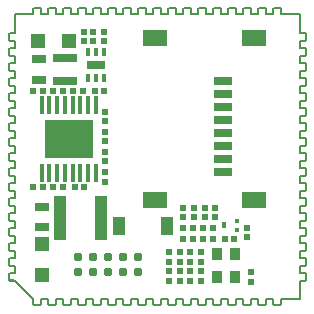
<source format=gtp>
G04 Layer_Color=8421504*
%FSLAX43Y43*%
%MOMM*%
G71*
G01*
G75*
%ADD10R,2.000X0.800*%
%ADD11R,1.000X3.700*%
%ADD12R,0.400X1.550*%
%ADD13O,0.400X1.550*%
%ADD14R,4.100X3.300*%
%ADD15R,1.000X1.600*%
%ADD16R,0.500X0.500*%
%ADD17R,0.500X0.500*%
%ADD18R,0.400X0.500*%
%ADD19R,0.400X0.400*%
%ADD20R,1.250X1.200*%
%ADD21R,1.200X1.250*%
%ADD22R,1.300X0.750*%
%ADD23R,1.600X0.800*%
%ADD24R,0.450X0.750*%
%ADD25R,2.000X1.450*%
%ADD26R,1.500X0.800*%
%ADD27C,0.787*%
%ADD28R,0.900X1.000*%
%ADD35C,0.200*%
D10*
X-7800Y8400D02*
D03*
Y6400D02*
D03*
D11*
X-4800Y-5200D02*
D03*
X-8200D02*
D03*
D12*
X-9775Y-1375D02*
D03*
D13*
X-9125D02*
D03*
X-8475D02*
D03*
X-7825D02*
D03*
X-7175D02*
D03*
X-6525D02*
D03*
X-5875D02*
D03*
X-5225D02*
D03*
X-9775Y4375D02*
D03*
X-9125D02*
D03*
X-8475D02*
D03*
X-7825D02*
D03*
X-7175D02*
D03*
X-6525D02*
D03*
X-5875D02*
D03*
X-5225D02*
D03*
D14*
X-7500Y1500D02*
D03*
D15*
X800Y-5900D02*
D03*
X-3200D02*
D03*
D16*
X3700Y-9700D02*
D03*
Y-10500D02*
D03*
X2800Y-9700D02*
D03*
Y-10500D02*
D03*
X1900Y-9700D02*
D03*
Y-10500D02*
D03*
X1000Y-9700D02*
D03*
Y-10500D02*
D03*
X7900Y-10600D02*
D03*
Y-9800D02*
D03*
X-4400Y1300D02*
D03*
Y2100D02*
D03*
Y400D02*
D03*
Y-400D02*
D03*
Y3000D02*
D03*
Y3800D02*
D03*
Y-1300D02*
D03*
Y-2100D02*
D03*
X3700Y-8100D02*
D03*
Y-8900D02*
D03*
X2800Y-8100D02*
D03*
Y-8900D02*
D03*
X1900Y-8100D02*
D03*
Y-8900D02*
D03*
X1000Y-8100D02*
D03*
Y-8900D02*
D03*
X-5400Y10600D02*
D03*
Y9800D02*
D03*
X-4500D02*
D03*
Y10600D02*
D03*
X7600Y-6800D02*
D03*
Y-6000D02*
D03*
X4000Y-4300D02*
D03*
Y-5100D02*
D03*
X4900Y-4300D02*
D03*
Y-5100D02*
D03*
X3100Y-4300D02*
D03*
Y-5100D02*
D03*
X2200Y-4300D02*
D03*
Y-5100D02*
D03*
X-6200Y9800D02*
D03*
Y10600D02*
D03*
D17*
X3000Y-7000D02*
D03*
X2200D02*
D03*
Y-6000D02*
D03*
X3000D02*
D03*
X6500Y-7000D02*
D03*
X5700D02*
D03*
X4700D02*
D03*
X3900D02*
D03*
X4700Y-6000D02*
D03*
X3900D02*
D03*
X-4500Y5600D02*
D03*
X-5300D02*
D03*
X-7100D02*
D03*
X-6300D02*
D03*
X-7000Y-2600D02*
D03*
X-6200D02*
D03*
X-8000Y5600D02*
D03*
X-8800D02*
D03*
X-8000Y-2600D02*
D03*
X-8800D02*
D03*
X-9700D02*
D03*
X-10500D02*
D03*
Y5600D02*
D03*
X-9700D02*
D03*
D18*
X5625Y-5800D02*
D03*
D19*
X6775Y-5400D02*
D03*
Y-6200D02*
D03*
D20*
X-9800Y-7400D02*
D03*
Y-10000D02*
D03*
D21*
X-7500Y9800D02*
D03*
X-10100D02*
D03*
D22*
X-10000Y8275D02*
D03*
Y6525D02*
D03*
X-9800Y-4225D02*
D03*
Y-5975D02*
D03*
D23*
X-5200Y7800D02*
D03*
D24*
X-4550Y8900D02*
D03*
X-5200D02*
D03*
X-5850D02*
D03*
X-4550Y6700D02*
D03*
X-5200D02*
D03*
X-5850D02*
D03*
D25*
X8150Y-3675D02*
D03*
Y10075D02*
D03*
X-150Y-3675D02*
D03*
Y10075D02*
D03*
D26*
X5550Y6405D02*
D03*
Y5305D02*
D03*
Y4205D02*
D03*
Y3105D02*
D03*
Y2005D02*
D03*
Y905D02*
D03*
Y-195D02*
D03*
Y-1295D02*
D03*
D27*
X-5470Y-9735D02*
D03*
Y-8465D02*
D03*
X-4200Y-9735D02*
D03*
Y-8465D02*
D03*
X-1660D02*
D03*
X-2930D02*
D03*
X-6740D02*
D03*
X-1660Y-9735D02*
D03*
X-2930D02*
D03*
X-6740D02*
D03*
D28*
X6550Y-8250D02*
D03*
Y-10150D02*
D03*
X5050D02*
D03*
Y-8250D02*
D03*
D35*
X9240Y-12080D02*
X9810D01*
X7970D02*
X8540D01*
X6700D02*
X7270D01*
X5430D02*
X6000D01*
X4160D02*
X4730D01*
X2890D02*
X3460D01*
X1620D02*
X2190D01*
X350D02*
X920D01*
X-920D02*
X-350D01*
X-2190D02*
X-1620D01*
X-3460D02*
X-2890D01*
X-4730D02*
X-4160D01*
X-6000D02*
X-5430D01*
X-7270D02*
X-6700D01*
X-8540D02*
X-7970D01*
X-9810D02*
X-9240D01*
X-12480Y-10510D02*
X-12080D01*
X-12580Y-10410D02*
X-12480Y-10510D01*
X-12580Y-10410D02*
Y-9910D01*
X-12480Y-9810D01*
X-12080D01*
X-12480Y-9240D02*
X-12080D01*
X-12580Y-9140D02*
X-12480Y-9240D01*
X-12580Y-9140D02*
Y-8640D01*
X-12480Y-8540D01*
X-12080D01*
X-12480Y-7970D02*
X-12080D01*
X-12580Y-7870D02*
X-12480Y-7970D01*
X-12580Y-7870D02*
Y-7370D01*
X-12480Y-7270D01*
X-12080D01*
X-12480Y-6700D02*
X-12080D01*
X-12580Y-6600D02*
X-12480Y-6700D01*
X-12580Y-6600D02*
Y-6100D01*
X-12480Y-6000D01*
X-12080D01*
X-12480Y-5430D02*
X-12080D01*
X-12580Y-5330D02*
X-12480Y-5430D01*
X-12580Y-5330D02*
Y-4830D01*
X-12480Y-4730D01*
X-12080D01*
X-12480Y-4160D02*
X-12080D01*
X-12580Y-4060D02*
X-12480Y-4160D01*
X-12580Y-4060D02*
Y-3560D01*
X-12480Y-3460D01*
X-12080D01*
X-12480Y-2890D02*
X-12080D01*
X-12580Y-2790D02*
X-12480Y-2890D01*
X-12580Y-2790D02*
Y-2290D01*
X-12480Y-2190D01*
X-12080D01*
X-12480Y-1620D02*
X-12080D01*
X-12580Y-1520D02*
X-12480Y-1620D01*
X-12580Y-1520D02*
Y-1020D01*
X-12480Y-920D01*
X-12080D01*
X-12480Y-350D02*
X-12080D01*
X-12580Y-250D02*
X-12480Y-350D01*
X-12580Y-250D02*
Y250D01*
X-12480Y350D01*
X-12080D01*
X-12480Y920D02*
X-12080D01*
X-12580Y1020D02*
X-12480Y920D01*
X-12580Y1020D02*
Y1520D01*
X-12480Y1620D01*
X-12080D01*
X-12480Y2190D02*
X-12080D01*
X-12580Y2290D02*
X-12480Y2190D01*
X-12580Y2290D02*
Y2790D01*
X-12480Y2890D01*
X-12080D01*
X-12480Y3460D02*
X-12080D01*
X-12580Y3560D02*
X-12480Y3460D01*
X-12580Y3560D02*
Y4060D01*
X-12480Y4160D01*
X-12080D01*
X-12480Y4730D02*
X-12080D01*
X-12580Y4830D02*
X-12480Y4730D01*
X-12580Y4830D02*
Y5330D01*
X-12480Y5430D01*
X-12080D01*
X-12480Y6000D02*
X-12080D01*
X-12580Y6100D02*
X-12480Y6000D01*
X-12580Y6100D02*
Y6600D01*
X-12480Y6700D01*
X-12080D01*
X-12480Y7270D02*
X-12080D01*
X-12580Y7370D02*
X-12480Y7270D01*
X-12580Y7370D02*
Y7870D01*
X-12480Y7970D01*
X-12080D01*
X-12480Y8540D02*
X-12080D01*
X-12580Y8640D02*
X-12480Y8540D01*
X-12580Y8640D02*
Y9140D01*
X-12480Y9240D01*
X-12080D01*
X-12480Y9810D02*
X-12080D01*
X-12580Y9910D02*
X-12480Y9810D01*
X-12580Y9910D02*
Y10410D01*
X-12480Y10510D01*
X-12080D01*
X-10510Y12080D02*
Y12480D01*
X-10410Y12580D01*
X-9910D01*
X-9810Y12480D01*
Y12080D02*
Y12480D01*
X-9240Y12080D02*
Y12480D01*
X-9140Y12580D01*
X-8640D01*
X-8540Y12480D01*
Y12080D02*
Y12480D01*
X-7970Y12080D02*
Y12480D01*
X-7870Y12580D01*
X-7370D01*
X-7270Y12480D01*
Y12080D02*
Y12480D01*
X-6700Y12080D02*
Y12480D01*
X-6600Y12580D01*
X-6100D01*
X-6000Y12480D01*
Y12080D02*
Y12480D01*
X-5430Y12080D02*
Y12480D01*
X-5330Y12580D01*
X-4830D01*
X-4730Y12480D01*
Y12080D02*
Y12480D01*
X-4160Y12080D02*
Y12480D01*
X-4060Y12580D01*
X-3560D01*
X-3460Y12480D01*
Y12080D02*
Y12480D01*
X-2890Y12080D02*
Y12480D01*
X-2790Y12580D01*
X-2290D01*
X-2190Y12480D01*
Y12080D02*
Y12480D01*
X-1620Y12080D02*
Y12480D01*
X-1520Y12580D01*
X-1020D01*
X-920Y12480D01*
Y12080D02*
Y12480D01*
X-350Y12080D02*
Y12480D01*
X-250Y12580D01*
X250D01*
X350Y12480D01*
Y12080D02*
Y12480D01*
X920Y12080D02*
Y12480D01*
X1020Y12580D01*
X1520D01*
X1620Y12480D01*
Y12080D02*
Y12480D01*
X2190Y12080D02*
Y12480D01*
X2290Y12580D01*
X2790D01*
X2890Y12480D01*
Y12080D02*
Y12480D01*
X3460Y12080D02*
Y12480D01*
X3560Y12580D01*
X4060D01*
X4160Y12480D01*
Y12080D02*
Y12480D01*
X4730Y12080D02*
Y12480D01*
X4830Y12580D01*
X5330D01*
X5430Y12480D01*
Y12080D02*
Y12480D01*
X6000Y12080D02*
Y12480D01*
X6100Y12580D01*
X6600D01*
X6700Y12480D01*
Y12080D02*
Y12480D01*
X7270Y12080D02*
Y12480D01*
X7370Y12580D01*
X7870D01*
X7970Y12480D01*
Y12080D02*
Y12480D01*
X8540Y12080D02*
Y12480D01*
X8640Y12580D01*
X9140D01*
X9240Y12480D01*
Y12080D02*
Y12480D01*
X9810Y12080D02*
Y12480D01*
X9910Y12580D01*
X10410D01*
X10510Y12480D01*
Y12080D02*
Y12480D01*
X12080Y10510D02*
X12480D01*
X12580Y10410D01*
Y9910D02*
Y10410D01*
X12480Y9810D02*
X12580Y9910D01*
X12080Y9810D02*
X12480D01*
X12080Y9240D02*
X12480D01*
X12580Y9140D01*
Y8640D02*
Y9140D01*
X12480Y8540D02*
X12580Y8640D01*
X12080Y8540D02*
X12480D01*
X12080Y7970D02*
X12480D01*
X12580Y7870D01*
Y7370D02*
Y7870D01*
X12480Y7270D02*
X12580Y7370D01*
X12080Y7270D02*
X12480D01*
X12080Y6700D02*
X12480D01*
X12580Y6600D01*
Y6100D02*
Y6600D01*
X12480Y6000D02*
X12580Y6100D01*
X12080Y6000D02*
X12480D01*
X12080Y5430D02*
X12480D01*
X12580Y5330D01*
Y4830D02*
Y5330D01*
X12480Y4730D02*
X12580Y4830D01*
X12080Y4730D02*
X12480D01*
X12080Y4160D02*
X12480D01*
X12580Y4060D01*
Y3560D02*
Y4060D01*
X12480Y3460D02*
X12580Y3560D01*
X12080Y3460D02*
X12480D01*
X12080Y2890D02*
X12480D01*
X12580Y2790D01*
Y2290D02*
Y2790D01*
X12480Y2190D02*
X12580Y2290D01*
X12080Y2190D02*
X12480D01*
X12080Y1620D02*
X12480D01*
X12580Y1520D01*
Y1020D02*
Y1520D01*
X12480Y920D02*
X12580Y1020D01*
X12080Y920D02*
X12480D01*
X12080Y350D02*
X12480D01*
X12580Y250D01*
Y-250D02*
Y250D01*
X12480Y-350D02*
X12580Y-250D01*
X12080Y-350D02*
X12480D01*
X12080Y-920D02*
X12480D01*
X12580Y-1020D01*
Y-1520D02*
Y-1020D01*
X12480Y-1620D02*
X12580Y-1520D01*
X12080Y-1620D02*
X12480D01*
X12080Y-2190D02*
X12480D01*
X12580Y-2290D01*
Y-2790D02*
Y-2290D01*
X12480Y-2890D02*
X12580Y-2790D01*
X12080Y-2890D02*
X12480D01*
X12080Y-3460D02*
X12480D01*
X12580Y-3560D01*
Y-4060D02*
Y-3560D01*
X12480Y-4160D02*
X12580Y-4060D01*
X12080Y-4160D02*
X12480D01*
X12080Y-4730D02*
X12480D01*
X12580Y-4830D01*
Y-5330D02*
Y-4830D01*
X12480Y-5430D02*
X12580Y-5330D01*
X12080Y-5430D02*
X12480D01*
X12080Y-6000D02*
X12480D01*
X12580Y-6100D01*
Y-6600D02*
Y-6100D01*
X12480Y-6700D02*
X12580Y-6600D01*
X12080Y-6700D02*
X12480D01*
X12080Y-7270D02*
X12480D01*
X12580Y-7370D01*
Y-7870D02*
Y-7370D01*
X12480Y-7970D02*
X12580Y-7870D01*
X12080Y-7970D02*
X12480D01*
X12080Y-8540D02*
X12480D01*
X12580Y-8640D01*
Y-9140D02*
Y-8640D01*
X12480Y-9240D02*
X12580Y-9140D01*
X12080Y-9240D02*
X12480D01*
X12080Y-9810D02*
X12480D01*
X12580Y-9910D01*
Y-10410D02*
Y-9910D01*
X12480Y-10510D02*
X12580Y-10410D01*
X12080Y-10510D02*
X12480D01*
X10510Y-12480D02*
Y-12080D01*
X10410Y-12580D02*
X10510Y-12480D01*
X9910Y-12580D02*
X10410D01*
X9810Y-12480D02*
X9910Y-12580D01*
X9810Y-12480D02*
Y-12080D01*
X9240Y-12480D02*
Y-12080D01*
X9140Y-12580D02*
X9240Y-12480D01*
X8640Y-12580D02*
X9140D01*
X8540Y-12480D02*
X8640Y-12580D01*
X8540Y-12480D02*
Y-12080D01*
X7970Y-12480D02*
Y-12080D01*
X7870Y-12580D02*
X7970Y-12480D01*
X7370Y-12580D02*
X7870D01*
X7270Y-12480D02*
X7370Y-12580D01*
X7270Y-12480D02*
Y-12080D01*
X6700Y-12480D02*
Y-12080D01*
X6600Y-12580D02*
X6700Y-12480D01*
X6100Y-12580D02*
X6600D01*
X6000Y-12480D02*
X6100Y-12580D01*
X6000Y-12480D02*
Y-12080D01*
X5430Y-12480D02*
Y-12080D01*
X5330Y-12580D02*
X5430Y-12480D01*
X4830Y-12580D02*
X5330D01*
X4730Y-12480D02*
X4830Y-12580D01*
X4730Y-12480D02*
Y-12080D01*
X4160Y-12480D02*
Y-12080D01*
X4060Y-12580D02*
X4160Y-12480D01*
X3560Y-12580D02*
X4060D01*
X3460Y-12480D02*
X3560Y-12580D01*
X3460Y-12480D02*
Y-12080D01*
X2890Y-12480D02*
Y-12080D01*
X2790Y-12580D02*
X2890Y-12480D01*
X2290Y-12580D02*
X2790D01*
X2190Y-12480D02*
X2290Y-12580D01*
X2190Y-12480D02*
Y-12080D01*
X1620Y-12480D02*
Y-12080D01*
X1520Y-12580D02*
X1620Y-12480D01*
X1020Y-12580D02*
X1520D01*
X920Y-12480D02*
X1020Y-12580D01*
X920Y-12480D02*
Y-12080D01*
X350Y-12480D02*
Y-12080D01*
X250Y-12580D02*
X350Y-12480D01*
X-250Y-12580D02*
X250D01*
X-350Y-12480D02*
X-250Y-12580D01*
X-350Y-12480D02*
Y-12080D01*
X-920Y-12480D02*
Y-12080D01*
X-1020Y-12580D02*
X-920Y-12480D01*
X-1520Y-12580D02*
X-1020D01*
X-1620Y-12480D02*
X-1520Y-12580D01*
X-1620Y-12480D02*
Y-12080D01*
X-2190Y-12480D02*
Y-12080D01*
X-2290Y-12580D02*
X-2190Y-12480D01*
X-2790Y-12580D02*
X-2290D01*
X-2890Y-12480D02*
X-2790Y-12580D01*
X-2890Y-12480D02*
Y-12080D01*
X-3460Y-12480D02*
Y-12080D01*
X-3560Y-12580D02*
X-3460Y-12480D01*
X-4060Y-12580D02*
X-3560D01*
X-4160Y-12480D02*
X-4060Y-12580D01*
X-4160Y-12480D02*
Y-12080D01*
X-4730Y-12480D02*
Y-12080D01*
X-4830Y-12580D02*
X-4730Y-12480D01*
X-5330Y-12580D02*
X-4830D01*
X-5430Y-12480D02*
X-5330Y-12580D01*
X-5430Y-12480D02*
Y-12080D01*
X-6000Y-12480D02*
Y-12080D01*
X-6100Y-12580D02*
X-6000Y-12480D01*
X-6600Y-12580D02*
X-6100D01*
X-6700Y-12480D02*
X-6600Y-12580D01*
X-6700Y-12480D02*
Y-12080D01*
X-7270Y-12480D02*
Y-12080D01*
X-7370Y-12580D02*
X-7270Y-12480D01*
X-7870Y-12580D02*
X-7370D01*
X-7970Y-12480D02*
X-7870Y-12580D01*
X-7970Y-12480D02*
Y-12080D01*
X-8540Y-12480D02*
Y-12080D01*
X-8640Y-12580D02*
X-8540Y-12480D01*
X-9140Y-12580D02*
X-8640D01*
X-9240Y-12480D02*
X-9140Y-12580D01*
X-9240Y-12480D02*
Y-12080D01*
X-9810Y-12480D02*
Y-12080D01*
X-9910Y-12580D02*
X-9810Y-12480D01*
X-10410Y-12580D02*
X-9910D01*
X-10510Y-12480D02*
X-10410Y-12580D01*
X-10510Y-12480D02*
Y-12080D01*
X-12446Y-10465D02*
X-12090D01*
X-12573Y-10338D02*
X-12446Y-10465D01*
X-12573Y-10338D02*
Y-9982D01*
X-12446Y-9855D01*
X-12090D01*
X-12080Y-9810D02*
Y-9240D01*
Y-8540D02*
Y-7970D01*
Y-7270D02*
Y-6700D01*
Y-6000D02*
Y-5430D01*
Y-4730D02*
Y-4160D01*
Y-3460D02*
Y-2890D01*
Y-2190D02*
Y-1620D01*
Y-920D02*
Y-350D01*
Y350D02*
Y920D01*
Y1620D02*
Y2190D01*
Y2890D02*
Y3460D01*
Y4160D02*
Y4730D01*
Y5430D02*
Y6000D01*
Y6700D02*
Y7270D01*
Y7970D02*
Y8540D01*
Y9240D02*
Y9810D01*
X-9810Y12080D02*
X-9240D01*
X-8540D02*
X-7970D01*
X-7270D02*
X-6700D01*
X-6000D02*
X-5430D01*
X-4730D02*
X-4160D01*
X-3460D02*
X-2890D01*
X-2190D02*
X-1620D01*
X-920D02*
X-350D01*
X350D02*
X920D01*
X1620D02*
X2190D01*
X2890D02*
X3460D01*
X4160D02*
X4730D01*
X5430D02*
X6000D01*
X6700D02*
X7270D01*
X7970D02*
X8540D01*
X9240D02*
X9810D01*
X12080Y9240D02*
Y9810D01*
Y7970D02*
Y8540D01*
Y6700D02*
Y7270D01*
Y5430D02*
Y6000D01*
Y4160D02*
Y4730D01*
Y2890D02*
Y3460D01*
Y1620D02*
Y2190D01*
Y350D02*
Y920D01*
Y-920D02*
Y-350D01*
Y-2190D02*
Y-1620D01*
Y-3460D02*
Y-2890D01*
Y-4730D02*
Y-4160D01*
Y-6000D02*
Y-5430D01*
Y-7270D02*
Y-6700D01*
Y-8540D02*
Y-7970D01*
Y-9810D02*
Y-9240D01*
X10510Y-12080D02*
X12080D01*
Y-10510D01*
X10510Y12080D02*
X12080D01*
Y10510D02*
Y12080D01*
X-12080Y10510D02*
Y12080D01*
X-10510D01*
X-12080Y-10510D02*
X-10510Y-12080D01*
M02*

</source>
